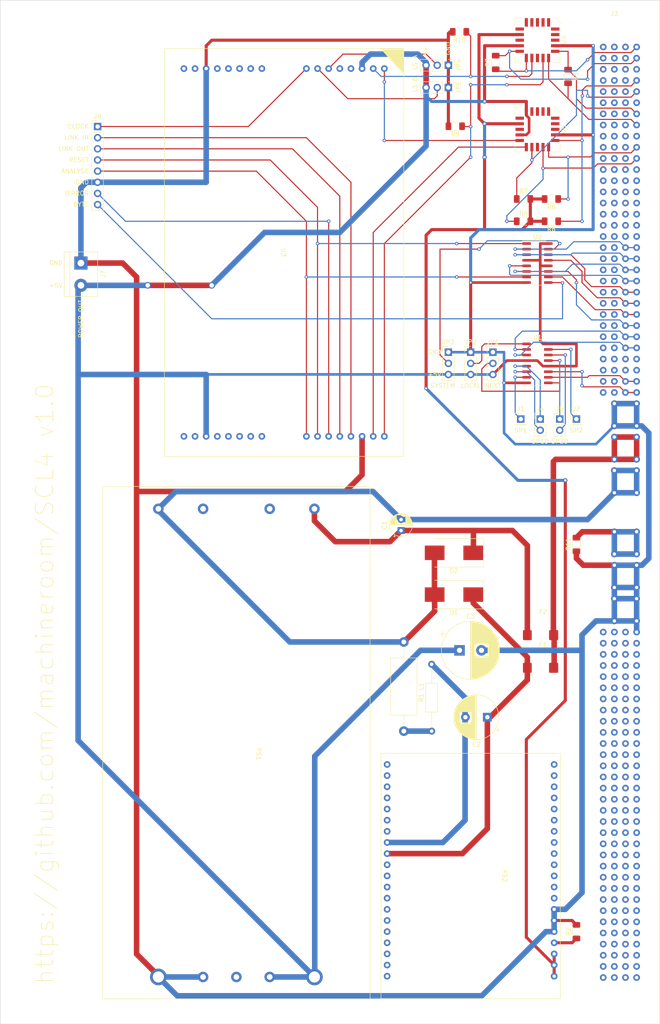
<source format=kicad_pcb>
(kicad_pcb (version 20211014) (generator pcbnew)
  (layers (0 "F.Cu" signal) (31 "B.Cu" signal) (34 "B.Paste" user) (35 "F.Paste" user) (36 "B.SilkS" user "B.Silkscreen") (37 "F.SilkS" user "F.Silkscreen") (38 "B.Mask" user) (39 "F.Mask" user) (44 "Edge.Cuts" user))
  (net 0 "")
  (net 1 "+5V")
  (net 2 "GND")
  (net 3 "-48V")
  (net 7 "Net-(C1-Pad1)")
  (net 8 "-5V")
  (net 10 "/TClk")
  (net 11 "/TL0In")
  (net 12 "/TL0Out")
  (net 13 "/TReset")
  (net 14 "/TAnalyse")
  (net 15 "/TNotError")
  (net 16 "/TByte")
  (net 17 "Net-(J5-Pad2)")
  (net 18 "Net-(J1-Pad1)")
  (net 19 "Net-(JP1-Pad2)")
  (net 20 "Net-(JP2-Pad2)")
  (net 21 "Net-(JP3-Pad2)")
  (net 22 "Net-(J2-Pad1)")
  (net 23 "Net-(J4-Pad2)")
  (net 24 "Net-(L1-Pad2)")
  (net 30 "/{slash}L2IN")
  (net 31 "/L2IN")
  (net 33 "/{slash}L3IN")
  (net 34 "/L3IN")
  (net 44 "/TL2out")
  (net 45 "/TL3out")
  (net 46 "/{slash}L2OUT")
  (net 48 "/{slash}L3OUT")
  (net 49 "/L3OUT")
  (net 50 "/L2OUT")
  (net 51 "/LOCAL")
  (net 52 "/{slash}LOCAL")
  (net 53 "/NEXT")
  (net 54 "/{slash}NEXT")
  (net 55 "/RESET")
  (net 56 "/{slash}RESET")
  (net 57 "/{slash}ANALYSE")
  (net 58 "/ANALYSE")
  (net 59 "/BYTE")
  (net 60 "/{slash}BYTE")
  (net 61 "/{slash}SYSTEM")
  (net 62 "/SYSTEM")
  (net 80 "+48V")
  (net 300 "/SpeedA")
  (net 301 "/SpeedB")
  (net 302 "Net-(PS2-Pad17)")
  (net 303 "Net-(C2-Pad1)")
  (net 304 "Net-(C2-Pad2)")
  (net 305 "/TL3in")
  (net 306 "/TL2in")
  (net 311 "/Static")
  (net 312 "Net-(J4-Pad1)")
  (net 313 "Net-(J5-Pad1)")
  (footprint "Resistor_SMD:R_1206_3216Metric_Pad1.30x1.75mm_HandSolder" (layer "F.Cu") (at 280.035 61.595 180)
    (fp_text reference "R6")
    (fp_text value "51R")
  )
  (footprint "Resistor_SMD:R_1206_3216Metric_Pad1.30x1.75mm_HandSolder" (layer "F.Cu") (at 280.035 66.675 180)
    (fp_text reference "R8")
    (fp_text value "51R")
  )
  (footprint "Resistor_SMD:R_1206_3216Metric_Pad1.30x1.75mm_HandSolder" (layer "F.Cu") (at 285.75 228.583483 90)
    (fp_text reference "R2")
    (fp_text value "27R")
  )
  (footprint "Connector_PinHeader_2.54mm:PinHeader_1x03_P2.54mm_Vertical" (layer "F.Cu") (at 256.54 31.115 -90)
    (fp_text reference "JP4")
    (fp_text value "LSA")
  )
  (footprint "Diode_SMD:D_SMC_Handsoldering" (layer "F.Cu") (at 257.81 142.24 180)
    (fp_text reference "D2")
    (fp_text value "SMCX70A")
  )
  (footprint "Resistor_SMD:R_1206_3216Metric_Pad1.30x1.75mm_HandSolder" (layer "F.Cu") (at 273.685 61.595)
    (fp_text reference "R7")
    (fp_text value "51R")
  )
  (footprint "Connector_PinHeader_2.54mm:PinHeader_1x01_P2.54mm_Vertical" (layer "F.Cu") (at 285.75 111.76)
    (fp_text reference "J2")
    (fp_text value "spare2")
  )
  (footprint "Transputer:TRAM size 2" (layer "F.Cu") (at 246.38 27.305 -90)
    (fp_text reference "U3")
    (fp_text value "TRAM Size 2")
  )
  (footprint "Inductor_THT:L_Axial_L12.8mm_D5.8mm_P20.32mm_Horizontal_Fastron_HBCC" (layer "F.Cu") (at 246.38 162.56 -90)
    (fp_text reference "L1")
    (fp_text value "INDUCTOR")
  )
  (footprint "Module:Lucent 674A2" (layer "F.Cu") (at 261.62 215.9 -90)
    (fp_text reference "PS2")
    (fp_text value "Lucent_674A2")
  )
  (footprint "Connector_PinHeader_2.54mm:PinHeader_1x08_P2.54mm_Vertical" (layer "F.Cu") (at 176.53 45.085)
    (fp_text reference "J6")
    (fp_text value "Conn_01x08")
  )
  (footprint "Connector_PinHeader_2.54mm:PinHeader_1x03_P2.54mm_Vertical" (layer "F.Cu") (at 256.54 36.195 -90)
    (fp_text reference "JP5")
    (fp_text value "LSB")
  )
  (footprint "Package_LCC:PLCC-20" (layer "F.Cu") (at 276.86 25.4 -90)
    (fp_text reference "U4")
    (fp_text value "MC10H125 (20PLCC)")
  )
  (footprint "Module:vicor vi230cx" (layer "F.Cu") (at 238.685 127.115 -90)
    (fp_text reference "PS1")
    (fp_text value "VI-230-CX")
  )
  (footprint "Connector_PinHeader_2.54mm:PinHeader_1x03_P2.54mm_Vertical" (layer "F.Cu") (at 261.62 96.52)
    (fp_text reference "JP2")
    (fp_text value "LOCAL")
  )
  (footprint "Capacitor_THT:CP_Radial_D13.0mm_P5.00mm" (layer "F.Cu") (at 259.08 164.465)
    (fp_text reference "C3")
    (fp_text value "1000uF 10V ")
  )
  (footprint "TerminalBlock:TerminalBlock_bornier-2_P5.08mm" (layer "F.Cu") (at 172.72 76.2 -90)
    (fp_text reference "J7")
    (fp_text value "5V out")
  )
  (footprint "Connector_PinHeader_2.54mm:PinHeader_1x01_P2.54mm_Vertical" (layer "F.Cu") (at 273.05 111.76)
    (fp_text reference "J1")
    (fp_text value "spare1")
  )
  (footprint "BUSSMAN:BUSSMAN SFT-1" (layer "F.Cu") (at 273.05 166.1925)
    (fp_text reference "F1")
    (fp_text value "5A")
  )
  (footprint "Resistor_SMD:R_1206_3216Metric_Pad1.30x1.75mm_HandSolder" (layer "F.Cu") (at 283.845 33.655 -90)
    (fp_text reference "R5")
    (fp_text value "51R")
  )
  (footprint "Resistor_SMD:R_1206_3216Metric_Pad1.30x1.75mm_HandSolder" (layer "F.Cu") (at 285.75 140.335 90)
    (fp_text reference "R11")
    (fp_text value "1M")
  )
  (footprint "Connector_PinHeader_2.54mm:PinHeader_1x02_P2.54mm_Vertical" (layer "F.Cu") (at 281.94 111.76)
    (fp_text reference "J5")
    (fp_text value "SP2")
  )
  (footprint "Package_SO:SOIC-16_3.9x9.9mm_P1.27mm" (layer "F.Cu") (at 276.86 99.06)
    (fp_text reference "U1")
    (fp_text value "MC3487DX")
  )
  (footprint "Resistor_THT:R_Axial_DIN0207_L6.3mm_D2.5mm_P15.24mm_Horizontal" (layer "F.Cu") (at 252.73 182.88 90)
    (fp_text reference "R1")
    (fp_text value "10R 2%")
  )
  (footprint "Connector_PinHeader_2.54mm:PinHeader_1x03_P2.54mm_Vertical" (layer "F.Cu") (at 256.54 96.52)
    (fp_text reference "JP3")
    (fp_text value "SYSTEM")
  )
  (footprint "Connector_PinHeader_2.54mm:PinHeader_1x03_P2.54mm_Vertical" (layer "F.Cu") (at 266.7 96.52)
    (fp_text reference "JP1")
    (fp_text value "NEXT")
  )
  (footprint "SIEDECON:Siedecon 256+6" (layer "F.Cu") (at 291.859667 26.95632)
    (fp_text reference "J3")
    (fp_text value "Siemens_A1010-A263")
  )
  (footprint "Resistor_SMD:R_1206_3216Metric_Pad1.30x1.75mm_HandSolder" (layer "F.Cu") (at 273.685 66.675)
    (fp_text reference "R4")
    (fp_text value "51R")
  )
  (footprint "BUSSMAN:BUSSMAN SFT-1" (layer "F.Cu") (at 273.05 158.75)
    (fp_text reference "F2")
    (fp_text value "3A")
  )
  (footprint "Resistor_SMD:R_1206_3216Metric_Pad1.30x1.75mm_HandSolder" (layer "F.Cu") (at 259.08 23.495 180)
    (fp_text reference "R10")
    (fp_text value "10K")
  )
  (footprint "Capacitor_THT:CP_Radial_D5.0mm_P2.50mm" (layer "F.Cu") (at 245.745 137.16 90)
    (fp_text reference "C1")
    (fp_text value "10uF 63V ")
  )
  (footprint "Package_SO:SOIC-16_3.9x9.9mm_P1.27mm" (layer "F.Cu") (at 276.86 76.2)
    (fp_text reference "U2")
    (fp_text value "MC3487DX")
  )
  (footprint "Capacitor_THT:CP_Radial_D10.0mm_P5.00mm" (layer "F.Cu") (at 265.43 179.705 180)
    (fp_text reference "C2")
    (fp_text value "100uF 63V")
  )
  (footprint "Package_LCC:PLCC-20" (layer "F.Cu") (at 276.86 45.72 -90)
    (fp_text reference "U5")
    (fp_text value "MC10H124 (20PLCC)")
  )
  (footprint "Connector_PinHeader_2.54mm:PinHeader_1x02_P2.54mm_Vertical" (layer "F.Cu") (at 277.495 111.76)
    (fp_text reference "J4")
    (fp_text value "SP1")
  )
  (footprint "Resistor_SMD:R_1206_3216Metric_Pad1.30x1.75mm_HandSolder" (layer "F.Cu") (at 267.335 30.48 90)
    (fp_text reference "R3")
    (fp_text value "51R")
  )
  (footprint "Diode_SMD:D_SMC_Handsoldering" (layer "F.Cu") (at 257.81 151.765 180)
    (fp_text reference "D1")
    (fp_text value "SMCX70A")
  )
  (footprint "Resistor_SMD:R_1206_3216Metric_Pad1.30x1.75mm_HandSolder" (layer "F.Cu") (at 258.111229 45.012954 180)
    (fp_text reference "R9")
    (fp_text value "10K")
  )
  (gr_rect (start 154.315069 16.293214) (end 304.775069 249.643214) (layer "Edge.Cuts") (width 0.1) (fill none))
  (gr_text "LINK IN" (at 174.625 47.595) (layer "F.SilkS") (effects (font (size 1 1)) (justify right)))
  (gr_text "ANALYSE" (at 174.625 55.245) (layer "F.SilkS") (effects (font (size 1 1)) (justify right)))
  (gr_text "GND" (at 253.365 96.52) (layer "F.SilkS") (effects (font (size 1 1))))
  (gr_text "GND" (at 174.625 57.755) (layer "F.SilkS") (effects (font (size 1 1)) (justify right)))
  (gr_text "https://github.com/machineroom/SCL4 v1.0" (at 164.465 172.085 90) (layer "F.SilkS") (effects (font (size 4 4))))
  (gr_text "SYSTEM" (at 255.27 104.14) (layer "F.SilkS") (effects (font (size 1 1))))
  (gr_text "LS A" (at 248.92 30.48 90) (layer "F.SilkS") (effects (font (size 1 1))))
  (gr_text "CLOCK" (at 174.625 45.055) (layer "F.SilkS") (effects (font (size 1 1)) (justify right)))
  (gr_text "+5V" (at 253.365 101.6) (layer "F.SilkS") (effects (font (size 1 1))))
  (gr_text "SP2" (at 285.75 114.3) (layer "F.SilkS") (effects (font (size 1 1))))
  (gr_text "NEXT" (at 266.7 104.14) (layer "F.SilkS") (effects (font (size 1 1))))
  (gr_text "5V" (at 251.46 27.94 -270) (layer "F.SilkS") (effects (font (size 1 1))))
  (gr_text "SP1" (at 273.05 114.3) (layer "F.SilkS") (effects (font (size 1 1))))
  (gr_text "+5V" (at 167.005 81.28) (layer "F.SilkS") (effects (font (size 1 1))))
  (gr_text "!ERROR" (at 174.625 60.295) (layer "F.SilkS") (effects (font (size 1 1)) (justify right)))
  (gr_text "LS B" (at 248.92 35.56 90) (layer "F.SilkS") (effects (font (size 1 1))))
  (gr_text "SP1D" (at 277.495 116.84) (layer "F.SilkS") (effects (font (size 1 1))))
  (gr_text "BYTE" (at 174.625 62.835) (layer "F.SilkS") (effects (font (size 1 1)) (justify right)))
  (gr_text "GND" (at 256.54 27.305 -270) (layer "F.SilkS") (effects (font (size 1 1))))
  (gr_text "POWER OUT" (at 172.72 88.9 90) (layer "F.SilkS") (effects (font (size 1 1))))
  (gr_text "LINK OUT" (at 174.625 50.135) (layer "F.SilkS") (effects (font (size 1 1)) (justify right)))
  (gr_text "GND" (at 167.005 76.2) (layer "F.SilkS") (effects (font (size 1 1))))
  (gr_text "SP2D" (at 281.94 116.84) (layer "F.SilkS") (effects (font (size 1 1))))
  (gr_text "LOCAL" (at 261.62 104.14) (layer "F.SilkS") (effects (font (size 1 1))))
  (gr_text "RESET" (at 174.625 52.675) (layer "F.SilkS") (effects (font (size 1 1)) (justify right)))
  (segment (start 264.795 26.67) (end 272.8075 26.67) (width 0.7) (layer "F.Cu") (net 1))
  (segment (start 274.955 43.18) (end 274.32 42.545) (width 0.6) (layer "F.Cu") (net 1))
  (segment (start 264.795 39.37) (end 274.32 39.37) (width 0.7) (layer "F.Cu") (net 1))
  (segment (start 272.8075 46.99) (end 274.32 46.99) (width 0.6) (layer "F.Cu") (net 1))
  (segment (start 277.495 75.565) (end 277.495 71.755) (width 0.6) (layer "F.Cu") (net 1))
  (segment (start 278.10288 99.695) (end 279.335 99.695) (width 0.6) (layer "F.Cu") (net 1))
  (segment (start 251.46 31.115) (end 251.46 36.195) (width 1.27) (layer "F.Cu") (net 1))
  (segment (start 277.495 76.835) (end 277.495 76.2) (width 0.6) (layer "F.Cu") (net 1))
  (segment (start 274.385 98.425) (end 276.83288 98.425) (width 0.6) (layer "F.Cu") (net 1))
  (segment (start 274.32 46.99) (end 274.955 46.355) (width 0.6) (layer "F.Cu") (net 1))
  (segment (start 277.495 71.755) (end 279.335 71.755) (width 0.6) (layer "F.Cu") (net 1))
  (segment (start 278.13 94.615) (end 279.335 94.615) (width 0.6) (layer "F.Cu") (net 1))
  (segment (start 274.385 75.565) (end 277.495 75.565) (width 0.6) (layer "F.Cu") (net 1))
  (segment (start 274.32 39.37) (end 274.32 41.6675) (width 0.7) (layer "F.Cu") (net 1))
  (segment (start 277.495 76.2) (end 277.495 93.98) (width 0.6) (layer "F.Cu") (net 1))
  (segment (start 269.875 98.425) (end 274.385 98.425) (width 0.6) (layer "F.Cu") (net 1))
  (segment (start 266.7 101.6) (end 269.875 98.425) (width 0.6) (layer "F.Cu") (net 1))
  (segment (start 285.75 99.695) (end 279.335 99.695) (width 0.6) (layer "F.Cu") (net 1))
  (segment (start 202.565 81.28) (end 187.96 81.28) (width 1.27) (layer "F.Cu") (net 1))
  (segment (start 277.495 93.98) (end 278.13 94.615) (width 0.6) (layer "F.Cu") (net 1))
  (segment (start 279.335 76.835) (end 277.495 76.835) (width 0.6) (layer "F.Cu") (net 1))
  (segment (start 274.32 42.545) (end 274.32 41.6675) (width 0.6) (layer "F.Cu") (net 1))
  (segment (start 276.83288 98.425) (end 278.10288 99.695) (width 0.6) (layer "F.Cu") (net 1))
  (segment (start 277.495 76.2) (end 277.495 75.565) (width 0.6) (layer "F.Cu") (net 1))
  (segment (start 285.75 94.615) (end 285.75 99.695) (width 0.6) (layer "F.Cu") (net 1))
  (segment (start 264.795 39.37) (end 264.795 26.67) (width 0.7) (layer "F.Cu") (net 1))
  (segment (start 279.335 94.615) (end 285.75 94.615) (width 0.6) (layer "F.Cu") (net 1))
  (segment (start 274.955 46.355) (end 274.955 43.18) (width 0.6) (layer "F.Cu") (net 1))
  (via (at 187.96 81.28) (size 1.5) (drill 1) (layers "F.Cu" "B.Cu") (net 1))
  (via (at 202.565 81.28) (size 1.5) (drill 1) (layers "F.Cu" "B.Cu") (net 1))
  (via (at 264.795 39.37) (size 1) (drill 0.5) (layers "F.Cu" "B.Cu") (net 1))
  (segment (start 201.295 101.6) (end 201.32 101.575) (width 0.6) (layer "B.Cu") (net 1))
  (segment (start 264.795 39.37) (end 252.73 39.37) (width 0.7) (layer "B.Cu") (net 1))
  (segment (start 251.46 30.48) (end 251.46 31.115) (width 1.27) (layer "B.Cu") (net 1))
  (segment (start 250.19 164.465) (end 226.06 188.595) (width 1.27) (layer "B.Cu") (net 1))
  (segment (start 266.7 101.6) (end 261.62 101.6) (width 0.6) (layer "B.Cu") (net 1))
  (segment (start 201.295 101.6) (end 201.295 115.697) (width 1.27) (layer "B.Cu") (net 1))
  (segment (start 214.63 69.215) (end 202.565 81.28) (width 1.27) (layer "B.Cu") (net 1))
  (segment (start 201.295 101.6) (end 172.085 101.6) (width 1.27) (layer "B.Cu") (net 1))
  (segment (start 261.62 101.6) (end 256.54 101.6) (width 0.6) (layer "B.Cu") (net 1))
  (segment (start 251.46 38.1) (end 251.46 36.195) (width 0.7) (layer "B.Cu") (net 1))
  (segment (start 236.855 30.48) (end 238.76 28.575) (width 1.27) (layer "B.Cu") (net 1))
  (segment (start 172.085 185.015) (end 172.085 81.915) (width 1.27) (layer "B.Cu") (net 1))
  (segment (start 231.775 69.215) (end 214.63 69.215) (width 1.27) (layer "B.Cu") (net 1))
  (segment (start 251.46 49.53) (end 231.775 69.215) (width 1.27) (layer "B.Cu") (net 1))
  (segment (start 259.08 164.465) (end 250.19 164.465) (width 1.27) (layer "B.Cu") (net 1))
  (segment (start 201.32 101.575) (end 256.515 101.575) (width 0.6) (layer "B.Cu") (net 1))
  (segment (start 225.985 238.915) (end 172.085 185.015) (width 1.27) (layer "B.Cu") (net 1))
  (segment (start 249.555 28.575) (end 251.46 30.48) (width 1.27) (layer "B.Cu") (net 1))
  (segment (start 225.985 238.915) (end 215.785 238.915) (width 1.27) (layer "B.Cu") (net 1))
  (segment (start 238.76 28.575) (end 249.555 28.575) (width 1.27) (layer "B.Cu") (net 1))
  (segment (start 251.46 36.195) (end 251.46 49.53) (width 1.27) (layer "B.Cu") (net 1))
  (segment (start 256.515 101.575) (end 256.54 101.6) (width 1.27) (layer "B.Cu") (net 1))
  (segment (start 252.73 39.37) (end 251.46 38.1) (width 0.7) (layer "B.Cu") (net 1))
  (segment (start 226.06 188.595) (end 226.06 238.84) (width 1.27) (layer "B.Cu") (net 1))
  (segment (start 226.06 238.84) (end 225.985 238.915) (width 1.27) (layer "B.Cu") (net 1))
  (segment (start 172.085 81.915) (end 172.72 81.28) (width 1.27) (layer "B.Cu") (net 1))
  (segment (start 187.96 81.28) (end 172.72 81.28) (width 1.27) (layer "B.Cu") (net 1))
  (segment (start 236.855 31.877) (end 236.855 30.48) (width 1.27) (layer "B.Cu") (net 1))
  (segment (start 289.56 26.67) (end 280.9125 26.67) (width 0.7) (layer "F.Cu") (net 2))
  (segment (start 256.54 31.115) (end 256.54 36.195) (width 0.7) (layer "F.Cu") (net 2))
  (segment (start 236.855 124.46) (end 233.045 128.27) (width 1.27) (layer "F.Cu") (net 2))
  (segment (start 261.62 80.645) (end 261.62 96.52) (width 0.7) (layer "F.Cu") (net 2))
  (segment (start 201.295 26.67) (end 201.295 31.877) (width 0.7) (layer "F.Cu") (net 2))
  (segment (start 236.855 115.697) (end 236.855 124.46) (width 1.27) (layer "F.Cu") (net 2))
  (segment (start 285.75 143.51) (end 285.75 141.885) (width 1.27) (layer "F.Cu") (net 2))
  (segment (start 172.72 76.2) (end 182.245 76.2) (width 1.27) (layer "F.Cu") (net 2))
  (segment (start 256.895 23.495) (end 256.54 23.85) (width 0.7) (layer "F.Cu") (net 2))
  (segment (start 284.756517 226.04) (end 280.67 226.04) (width 0.7) (layer "F.Cu") (net 2))
  (segment (start 256.54 23.85) (end 256.54 26.67) (width 0.7) (layer "F.Cu") (net 2))
  (segment (start 256.54 44.991725) (end 256.561229 45.012954) (width 0.7) (layer "F.Cu") (net 2))
  (segment (start 190.385 238.645) (end 190.385 238.915) (width 1.27) (layer "F.Cu") (net 2))
  (segment (start 274.385 80.645) (end 261.62 80.645) (width 0.6) (layer "F.Cu") (net 2))
  (segment (start 202.565 25.4) (end 201.295 26.67) (width 0.7) (layer "F.Cu") (net 2))
  (segment (start 274.385 103.505) (end 269.24 103.505) (width 0.6) (layer "F.Cu") (net 2))
  (segment (start 287.30632 145.06632) (end 285.75 143.51) (width 1.27) (layer "F.Cu") (net 2))
  (segment (start 185.42 79.375) (end 185.42 233.68) (width 1.27) (layer "F.Cu") (net 2))
  (segment (start 280.9125 46.99) (end 289.56 46.99) (width 0.7) (layer "F.Cu") (net 2))
  (segment (start 256.54 36.195) (end 256.54 44.991725) (width 0.7) (layer "F.Cu") (net 2))
  (segment (start 285.75 227.033483) (end 284.756517 226.04) (width 0.7) (layer "F.Cu") (net 2))
  (segment (start 185.42 233.68) (end 190.385 238.645) (width 1.27) (layer "F.Cu") (net 2))
  (segment (start 256.54 31.115) (end 256.54 26.67) (width 0.7) (layer "F.Cu") (net 2))
  (segment (start 294.399667 145.06632) (end 287.30632 145.06632) (width 1.27) (layer "F.Cu") (net 2))
  (segment (start 182.245 76.2) (end 185.42 79.375) (width 1.27) (layer "F.Cu") (net 2))
  (segment (start 233.045 128.27) (end 185.42 128.27) (width 1.27) (layer "F.Cu") (net 2))
  (segment (start 256.54 25.4) (end 202.565 25.4) (width 0.7) (layer "F.Cu") (net 2))
  (via (at 289.56 46.99) (size 0.8) (drill 0.4) (layers "F.Cu" "B.Cu") (net 2))
  (via (at 261.62 80.645) (size 0.8) (drill 0.4) (layers "F.Cu" "B.Cu") (net 2))
  (via (at 289.56 26.67) (size 0.8) (drill 0.4) (layers "F.Cu" "B.Cu") (net 2))
  (via (at 269.24 103.505) (size 0.8) (drill 0.4) (layers "F.Cu" "B.Cu") (net 2))
  (segment (start 261.62 96.52) (end 266.7 96.52) (width 0.6) (layer "B.Cu") (net 2))
  (segment (start 289.56 26.67) (end 289.56 46.99) (width 0.7) (layer "B.Cu") (net 2))
  (segment (start 287.02 160.95087) (end 287.02 219.69) (width 1.27) (layer "B.Cu") (net 2))
  (segment (start 280.67 226.04) (end 280.67 228.58) (width 1.27) (layer "B.Cu") (net 2))
  (segment (start 283.21 223.5) (end 280.67 223.5) (width 1.27) (layer "B.Cu") (net 2))
  (segment (start 256.54 96.52) (end 261.62 96.52) (width 0.6) (layer "B.Cu") (net 2))
  (segment (start 294.399667 113.31632) (end 299.479667 113.31632) (width 1.27) (layer "B.Cu") (net 2))
  (segment (start 299.479667 145.06632) (end 300.70368 145.06632) (width 1.27) (layer "B.Cu") (net 2))
  (segment (start 294.399667 157.76632) (end 299.479667 157.76632) (width 1.27) (layer "B.Cu") (net 2))
  (segment (start 263.525 68.58) (end 261.62 70.485) (width 0.7) (layer "B.Cu") (net 2))
  (segment (start 269.24 96.52) (end 266.7 96.52) (width 0.6) (layer "B.Cu") (net 2))
  (segment (start 280.67 223.5) (end 280.67 226.04) (width 1.27) (layer "B.Cu") (net 2))
  (segment (start 264.16 243.205) (end 194.675 243.205) (width 1.27) (layer "B.Cu") (net 2))
  (segment (start 289.56 68.58) (end 263.525 68.58) (width 0.7) (layer "B.Cu") (net 2))
  (segment (start 290.20455 157.76632) (end 287.02 160.95087) (width 1.27) (layer "B.Cu") (net 2))
  (segment (start 294.399667 108.23632) (end 299.479667 108.23632) (width 1.27) (layer "B.Cu") (net 2))
  (segment (start 269.24 103.505) (end 269.24 114.935) (width 0.6) (layer "B.Cu") (net 2))
  (segment (start 300.70368 145.06632) (end 302.26 143.51) (width 1.27) (layer "B.Cu") (net 2))
  (segment (start 269.24 103.505) (end 269.24 96.52) (width 0.6) (layer "B.Cu") (net 2))
  (segment (start 290.195 117.475) (end 294.35368 113.31632) (width 0.6) (layer "B.Cu") (net 2))
  (segment (start 294.399667 113.31632) (end 294.399667 108.23632) (width 1.27) (layer "B.Cu") (net 2))
  (segment (start 269.24 114.935) (end 271.78 117.475) (width 0.6) (layer "B.Cu") (net 2))
  (segment (start 299.479667 152.68632) (end 294.399667 152.68632) (width 1.27) (layer "B.Cu") (net 2))
  (segment (start 176.53 57.785) (end 201.295 57.785) (width 1.27) (layer "B.Cu") (net 2))
  (segment (start 287.02 219.69) (end 283.21 223.5) (width 1.27) (layer "B.Cu") (net 2))
  (segment (start 300.64132 113.31632) (end 299.479667 113.31632) (width 1.27) (layer "B.Cu") (net 2))
  (segment (start 299.479667 150.14632) (end 294.399667 150.14632) (width 1.27) (layer "B.Cu") (net 2))
  (segment (start 173.99 57.785) (end 176.53 57.785) (width 1.27) (layer "B.Cu") (net 2))
  (segment (start 201.295 57.785) (end 201.295 31.877) (width 1.27) (layer "B.Cu") (net 2))
  (segment (start 299.479667 145.06632) (end 294.399667 145.06632) (width 1.27) (layer "B.Cu") (net 2))
  (segment (start 302.26 143.51) (end 302.26 114.935) (width 1.27) (layer "B.Cu") (net 2))
  (segment (start 294.35368 113.31632) (end 294.399667 113.31632) (width 0.6) (layer "B.Cu") (net 2))
  (segment (start 278.785 228.58) (end 264.16 243.205) (width 1.27) (layer "B.Cu") (net 2))
  (segment (start 299.479667 108.23632) (end 299.479667 113.31632) (width 1.27) (layer "B.Cu") (net 2))
  (segment (start 194.675 243.205) (end 190.385 238.915) (width 1.27) (layer "B.Cu") (net 2))
  (segment (start 280.67 228.58) (end 278.785 228.58) (width 1.27) (layer "B.Cu") (net 2))
  (segment (start 299.479667 157.76632) (end 299.479667 145.06632) (width 1.27) (layer "B.Cu") (net 2))
  (segment (start 261.62 70.485) (end 261.62 80.645) (width 0.7) (layer "B.Cu") (net 2))
  (segment (start 172.72 76.2) (end 172.72 59.055) (width 1.27) (layer "B.Cu") (net 2))
  (segment (start 264.08 164.465) (end 287.02 164.465) (width 1.27) (layer "B.Cu") (net 2))
  (segment (start 271.78 117.475) (end 290.195 117.475) (width 0.6) (layer "B.Cu") (net 2))
  (segment (start 294.399667 157.76632) (end 290.20455 157.76632) (width 1.27) (layer "B.Cu") (net 2))
  (segment (start 190.385 238.915) (end 200.585 238.915) (width 1.27) (layer "B.Cu") (net 2))
  (segment (start 299.479667 160.30632) (end 299.479667 157.76632) (width 1.27) (layer "B.Cu") (net 2))
  (segment (start 294.399667 145.06632) (end 294.399667 157.76632) (width 1.27) (layer "B.Cu") (net 2))
  (segment (start 302.26 114.935) (end 300.64132 113.31632) (width 1.27) (layer "B.Cu") (net 2))
  (segment (start 289.56 46.99) (end 289.56 68.58) (width 0.7) (layer "B.Cu") (net 2))
  (segment (start 172.72 59.055) (end 173.99 57.785) (width 1.27) (layer "B.Cu") (net 2))
  (segment (start 253.41 151.765) (end 253.41 155.53) (width 1.27) (layer "F.Cu") (net 3))
  (segment (start 253.365 143.555) (end 253.365 153.625) (width 1.27) (layer "F.Cu") (net 3))
  (segment (start 253.41 155.53) (end 246.38 162.56) (width 1.27) (layer "F.Cu") (net 3))
  (segment (start 190.385 132.215) (end 190.385 132.6) (width 1.27) (layer "B.Cu") (net 3))
  (segment (start 245.745 134.66) (end 239.355 128.27) (width 1.27) (layer "B.Cu") (net 3))
  (segment (start 288.295987 134.66) (end 245.745 134.66) (width 1.27) (layer "B.Cu") (net 3))
  (segment (start 220.345 162.56) (end 246.38 162.56) (width 1.27) (layer "B.Cu") (net 3))
  (segment (start 299.479667 128.55632) (end 299.479667 123.47632) (width 1.27) (layer "B.Cu") (net 3))
  (segment (start 194.33 128.27) (end 190.385 132.215) (width 1.27) (layer "B.Cu") (net 3))
  (segment (start 294.399667 128.55632) (end 299.479667 128.55632) (width 1.27) (layer "B.Cu") (net 3))
  (segment (start 294.399667 128.55632) (end 294.399667 123.47632) (width 1.27) (layer "B.Cu") (net 3))
  (segment (start 190.385 132.6) (end 220.345 162.56) (width 1.27) (layer "B.Cu") (net 3))
  (segment (start 294.399667 128.55632) (end 288.295987 134.66) (width 1.27) (layer "B.Cu") (net 3))
  (segment (start 294.399667 123.47632) (end 299.479667 123.47632) (width 1.27) (layer "B.Cu") (net 3))
  (segment (start 239.355 128.27) (end 194.33 128.27) (width 1.27) (layer "B.Cu") (net 3))
  (segment (start 245.745 137.16) (end 243.205 139.7) (width 1.27) (layer "F.Cu") (net 7))
  (segment (start 225.985 134.9475) (end 225.985 132.215) (width 1.27) (layer "F.Cu") (net 7))
  (segment (start 274.55 140.565) (end 271.145 137.16) (width 1.27) (layer "F.Cu") (net 7))
  (segment (start 262.255 137.16) (end 262.255 142.195) (width 1.27) (layer "F.Cu") (net 7))
  (segment (start 243.205 139.7) (end 230.7375 139.7) (width 1.27) (layer "F.Cu") (net 7))
  (segment (start 274.55 161) (end 274.55 140.565) (width 1.27) (layer "F.Cu") (net 7))
  (segment (start 230.7375 139.7) (end 225.985 134.9475) (width 1.27) (layer "F.Cu") (net 7))
  (segment (start 271.145 137.16) (end 245.745 137.16) (width 1.27) (layer "F.Cu") (net 7))
  (segment (start 283.21 175.895) (end 274.32 184.785) (width 0.7) (layer "F.Cu") (net 8))
  (segment (start 273.33 68.58) (end 266.7 68.58) (width 0.7) (layer "F.Cu") (net 8))
  (segment (start 275.235 66.675) (end 273.33 68.58) (width 0.7) (layer "F.Cu") (net 8))
  (segment (start 275.235 61.595) (end 275.235 66.675) (width 0.7) (layer "F.Cu") (net 8))
  (segment (start 266.7 68.58) (end 252.73 68.58) (width 0.7) (layer "F.Cu") (net 8))
  (segment (start 275.235 66.675) (end 278.485 66.675) (width 0.7) (layer "F.Cu") (net 8))
  (segment (start 252.73 68.58) (end 251.46 69.85) (width 0.7) (layer "F.Cu") (net 8))
  (segment (start 274.32 184.785) (end 274.32 229.85) (width 0.7) (layer "F.Cu") (net 8))
  (segment (start 263.525 24.13) (end 272.8075 24.13) (width 0.7) (layer "F.Cu") (net 8))
  (segment (start 280.67 236.2) (end 280.67 238.74) (width 0.7) (layer "F.Cu") (net 8))
  (segment (start 280.67 236.2) (end 280.67 233.66) (width 0.7) (layer "F.Cu") (net 8))
  (segment (start 264.795 52.07) (end 264.795 68.58) (width 0.7) (layer "F.Cu") (net 8))
  (segment (start 283.21 125.73) (end 283.21 175.895) (width 0.7) (layer "F.Cu") (net 8))
  (segment (start 251.46 69.85) (end 251.46 104.775) (width 0.7) (layer "F.Cu") (net 8))
  (segment (start 264.795 44.45) (end 272.8075 44.45) (width 0.7) (layer "F.Cu") (net 8))
  (segment (start 263.525 43.18) (end 263.525 24.13) (width 0.7) (layer "F.Cu") (net 8))
  (segment (start 275.235 61.595) (end 278.485 61.595) (width 0.7) (layer "F.Cu") (net 8))
  (segment (start 264.795 44.45) (end 263.525 43.18) (width 0.7) (layer "F.Cu") (net 8))
  (segment (start 274.32 229.85) (end 280.67 236.2) (width 0.7) (layer "F.Cu") (net 8))
  (via (at 283.21 125.73) (size 1) (drill 0.5) (layers "F.Cu" "B.Cu") (net 8))
  (via (at 251.46 104.775) (size 0.8) (drill 0.4) (layers "F.Cu" "B.Cu") (net 8))
  (via (at 264.795 44.45) (size 1) (drill 0.5) (layers "F.Cu" "B.Cu") (net 8))
  (via (at 264.795 52.07) (size 1) (drill 0.5) (layers "F.Cu" "B.Cu") (net 8))
  (segment (start 264.795 52.07) (end 264.795 44.45) (width 0.7) (layer "B.Cu") (net 8))
  (segment (start 283.21 125.73) (end 272.415 125.73) (width 0.7) (layer "B.Cu") (net 8))
  (segment (start 272.415 125.73) (end 251.46 104.775) (width 0.7) (layer "B.Cu") (net 8))
  (segment (start 176.53 45.085) (end 210.915 45.085) (width 0.25) (layer "F.Cu") (net 10))
  (segment (start 210.915 45.085) (end 224.123 31.877) (width 0.25) (layer "F.Cu") (net 10))
  (segment (start 224.123 31.877) (end 224.155 31.877) (width 0.25) (layer "F.Cu") (net 10))
  (segment (start 176.53 47.625) (end 224.155 47.625) (width 0.25) (layer "F.Cu") (net 11))
  (segment (start 234.315 57.785) (end 234.315 115.697) (width 0.25) (layer "F.Cu") (net 11))
  (segment (start 224.155 47.625) (end 234.315 57.785) (width 0.25) (layer "F.Cu") (net 11))
  (segment (start 220.98 50.165) (end 231.775 60.96) (width 0.25) (layer "F.Cu") (net 12))
  (segment (start 176.53 50.165) (end 220.98 50.165) (width 0.25) (layer "F.Cu") (net 12))
  (segment (start 231.775 60.96) (end 231.775 115.697) (width 0.25) (layer "F.Cu") (net 12))
  (segment (start 226.695 115.697) (end 226.695 71.755) (width 0.25) (layer "F.Cu") (net 13))
  (segment (start 226.695 63.5) (end 215.9 52.705) (width 0.25) (layer "F.Cu") (net 13))
  (segment (start 215.9 52.705) (end 176.53 52.705) (width 0.25) (layer "F.Cu") (net 13))
  (segment (start 226.695 71.755) (end 226.695 63.5) (width 0.25) (layer "F.Cu") (net 13))
  (segment (start 258.445 71.755) (end 274.385 71.755) (width 0.25) (layer "F.Cu") (net 13))
  (via (at 258.445 71.755) (size 0.8) (drill 0.4) (layers "F.Cu" "B.Cu") (net 13))
  (via (at 226.695 71.755) (size 0.8) (drill 0.4) (layers "F.Cu" "B.Cu") (net 13))
  (segment (start 258.445 71.755) (end 226.695 71.755) (width 0.25) (layer "B.Cu") (net 13))
  (segment (start 258.445 79.375) (end 274.385 79.375) (width 0.25) (layer "F.Cu") (net 14))
  (segment (start 224.155 79.375) (end 224.155 66.675) (width 0.25) (layer "F.Cu") (net 14))
  (segment (start 212.725 55.245) (end 176.53 55.245) (width 0.25) (layer "F.Cu") (net 14))
  (segment (start 224.155 66.675) (end 212.725 55.245) (width 0.25) (layer "F.Cu") (net 14))
  (segment (start 224.155 115.697) (end 224.155 79.375) (width 0.25) (layer "F.Cu") (net 14))
  (via (at 258.445 79.375) (size 0.8) (drill 0.4) (layers "F.Cu" "B.Cu") (net 14))
  (via (at 224.155 79.375) (size 0.8) (drill 0.4) (layers "F.Cu" "B.Cu") (net 14))
  (segment (start 258.445 79.375) (end 224.155 79.375) (width 0.25) (layer "B.Cu") (net 14))
  (segment (start 229.235 66.675) (end 229.235 115.697) (width 0.25) (layer "F.Cu") (net 15))
  (via (at 229.235 66.675) (size 0.8) (drill 0.4) (layers "F.Cu" "B.Cu") (net 15))
  (segment (start 182.88 66.675) (end 176.53 60.325) (width 0.25) (layer "B.Cu") (net 15))
  (segment (start 229.235 66.675) (end 182.88 66.675) (width 0.25) (layer "B.Cu") (net 15))
  (segment (start 282.575 80.7345) (end 282.4855 80.645) (width 0.25) (layer "F.Cu") (net 16))
  (segment (start 282.4855 80.645) (end 279.335 80.645) (width 0.25) (layer "F.Cu") (net 16))
  (via (at 282.575 80.7345) (size 0.8) (drill 0.4) (layers "F.Cu" "B.Cu") (net 16))
  (segment (start 282.575 80.7345) (end 282.575 88.9) (width 0.25) (layer "B.Cu") (net 16))
  (segment (start 202.565 88.9) (end 176.53 62.865) (width 0.25) (layer "B.Cu") (net 16))
  (segment (start 282.575 88.9) (end 202.565 88.9) (width 0.25) (layer "B.Cu") (net 16))
  (segment (start 279.335 97.155) (end 283.21 97.155) (width 0.25) (layer "F.Cu") (net 17))
  (via (at 283.21 97.155) (size 0.8) (drill 0.4) (layers "F.Cu" "B.Cu") (net 17))
  (segment (start 283.21 97.155) (end 283.21 113.03) (width 0.25) (layer "B.Cu") (net 17))
  (segment (start 283.21 113.03) (end 281.94 114.3) (width 0.25) (layer "B.Cu") (net 17))
  (segment (start 274.385 102.235) (end 271.78 102.235) (width 0.25) (layer "F.Cu") (net 18))
  (via (at 271.78 102.235) (size 0.8) (drill 0.4) (layers "F.Cu" "B.Cu") (net 18))
  (segment (start 271.78 102.235) (end 271.78 110.49) (width 0.25) (layer "B.Cu") (net 18))
  (segment (start 271.78 110.49) (end 273.05 111.76) (width 0.25) (layer "B.Cu") (net 18))
  (segment (start 264.16 100.33) (end 265.43 99.06) (width 0.25) (layer "F.Cu") (net 19))
  (segment (start 265.43 99.06) (end 266.7 99.06) (width 0.25) (layer "F.Cu") (net 19))
  (segment (start 279.335 103.505) (end 281.94 103.505) (width 0.25) (layer "F.Cu") (net 19))
  (segment (start 281.94 105.41) (end 264.16 105.41) (width 0.25) (layer "F.Cu") (net 19))
  (segment (start 281.94 103.505) (end 281.94 105.41) (width 0.25) (layer "F.Cu") (net 19))
  (segment (start 264.16 105.41) (end 264.16 100.33) (width 0.25) (layer "F.Cu") (net 19))
  (segment (start 264.16 95.25) (end 264.16 98.425) (width 0.25) (layer "F.Cu") (net 20))
  (segment (start 264.16 98.425) (end 263.525 99.06) (width 0.25) (layer "F.Cu") (net 20))
  (segment (start 264.795 94.615) (end 264.16 95.25) (width 0.25) (layer "F.Cu") (net 20))
  (segment (start 274.385 94.615) (end 264.795 94.615) (width 0.25) (layer "F.Cu") (net 20))
  (segment (start 263.525 99.06) (end 261.62 99.06) (width 0.25) (layer "F.Cu") (net 20))
  (segment (start 280.67 73.025) (end 281.94 71.755) (width 0.25) (layer "F.Cu") (net 21))
  (segment (start 254.635 73.025) (end 254.635 97.155) (width 0.25) (layer "F.Cu") (net 21))
  (segment (start 279.335 73.025) (end 280.67 73.025) (width 0.25) (layer "F.Cu") (net 21))
  (segment (start 254.635 97.155) (end 256.54 99.06) (width 0.25) (layer "F.Cu") (net 21))
  (segment (start 263.525 73.025) (end 254.635 73.025) (width 0.25) (layer "F.Cu") (net 21))
  (via (at 263.525 73.025) (size 0.8) (drill 0.4) (layers "F.Cu" "B.Cu") (net 21))
  (via (at 281.94 71.755) (size 0.8) (drill 0.4) (layers "F.Cu" "B.Cu") (net 21))
  (segment (start 281.305 71.12) (end 265.43 71.12) (width 0.25) (layer "B.Cu") (net 21))
  (segment (start 281.94 71.755) (end 281.305 71.12) (width 0.25) (layer "B.Cu") (net 21))
  (segment (start 265.43 71.12) (end 263.525 73.025) (width 0.25) (layer "B.Cu") (net 21))
  (segment (start 279.335 95.885) (end 284.48 95.885) (width 0.25) (layer "F.Cu") (net 22))
  (via (at 284.48 95.885) (size 0.8) (drill 0.4) (layers "F.Cu" "B.Cu") (net 22))
  (segment (start 284.48 110.49) (end 285.75 111.76) (width 0.25) (layer "B.Cu") (net 22))
  (segment (start 284.48 95.885) (end 284.48 110.49) (width 0.25) (layer "B.Cu") (net 22))
  (segment (start 271.78 100.965) (end 274.385 100.965) (width 0.25) (layer "F.Cu") (net 23))
  (via (at 271.78 100.965) (size 0.8) (drill 0.4) (layers "F.Cu" "B.Cu") (net 23))
  (segment (start 271.78 100.965) (end 274.32 100.965) (width 0.25) (layer "B.Cu") (net 23))
  (segment (start 276.225 113.03) (end 277.495 114.3) (width 0.25) (layer "B.Cu") (net 23))
  (segment (start 276.225 102.87) (end 276.225 113.03) (width 0.25) (layer "B.Cu") (net 23))
  (segment (start 274.32 100.965) (end 276.225 102.87) (width 0.25) (layer "B.Cu") (net 23))
  (segment (start 252.73 182.88) (end 246.38 182.88) (width 1.27) (layer "B.Cu") (net 24))
  (segment (start 270.51 27.94) (end 272.8075 27.94) (width 0.25) (layer "F.Cu") (net 30))
  (segment (start 288.29 34.29) (end 288.29 32.385) (width 0.25) (layer "F.Cu") (net 30))
  (segment (start 289.932588 30.742412) (end 298.233575 30.742412) (width 0.25) (layer "F.Cu") (net 30))
  (segment (start 298.233575 30.742412) (end 299.479667 29.49632) (width 0.25) (layer "F.Cu") (net 30))
  (segment (start 288.29 32.385) (end 289.932588 30.742412) (width 0.25) (layer "F.Cu") (net 30))
  (segment (start 267.335 28.93) (end 269.52 28.93) (width 0.25) (layer "F.Cu") (net 30))
  (segment (start 269.52 28.93) (end 270.51 27.94) (width 0.25) (layer "F.Cu") (net 30))
  (via (at 288.29 34.29) (size 0.8) (drill 0.4) (layers "F.Cu" "B.Cu") (net 30))
  (via (at 270.51 27.94) (size 0.8) (drill 0.4) (layers "F.Cu" "B.Cu") (net 30))
  (segment (start 270.51 31.75) (end 270.51 27.94) (width 0.25) (layer "B.Cu") (net 30))
  (segment (start 273.05 34.29) (end 270.51 31.75) (width 0.25) (layer "B.Cu") (net 30))
  (segment (start 288.29 34.29) (end 273.05 34.29) (width 0.25) (layer "B.Cu") (net 30))
  (segment (start 288.29 29.845) (end 289.917075 28.217925) (width 0.25) (layer "F.Cu") (net 31))
  (segment (start 267.78 32.475) (end 267.335 32.03) (width 0.25) (layer "F.Cu") (net 31))
  (segment (start 274.32 32.385) (end 274.23 32.475) (width 0.25) (layer "F.Cu") (net 31))
  (segment (start 274.32 32.385) (end 274.32 29.4525) (width 0.25) (layer "F.Cu") (net 31))
  (segment (start 298.218062 28.217925) (end 299.479667 26.95632) (width 0.25) (layer "F.Cu") (net 31))
  (segment (start 289.917075 28.217925) (end 298.218062 28.217925) (width 0.25) (layer "F.Cu") (net 31))
  (segment (start 274.23 32.475) (end 267.78 32.475) (width 0.25) (layer "F.Cu") (net 31))
  (via (at 288.29 29.845) (size 0.8) (drill 0.4) (layers "F.Cu" "B.Cu") (net 31))
  (via (at 274.32 32.385) (size 0.8) (drill 0.4) (layers "F.Cu" "B.Cu") (net 31))
  (segment (start 285.75 32.385) (end 288.29 29.845) (width 0.25) (layer "B.Cu") (net 31))
  (segment (start 274.32 32.385) (end 285.75 32.385) (width 0.25) (layer "B.Cu") (net 31))
  (segment (start 299.479667 44.73632) (end 298.199766 43.456419) (width 0.25) (layer "F.Cu") (net 33))
  (segment (start 279.4 31.75) (end 279.4 29.4525) (width 0.25) (layer "F.Cu") (net 33))
  (segment (start 288.566419 43.456419) (end 279.4 34.29) (width 0.25) (layer "F.Cu") (net 33))
  (segment (start 283.845 35.205) (end 283.845 38.735) (width 0.25) (layer "F.Cu") (net 33))
  (segment (start 279.4 34.29) (end 279.4 31.75) (width 0.25) (layer "F.Cu") (net 33))
  (segment (start 283.845 38.735) (end 285.115 40.005) (width 0.25) (layer "F.Cu") (net 33))
  (segment (start 298.199766 43.456419) (end 288.566419 43.456419) (width 0.25) (layer "F.Cu") (net 33))
  (segment (start 298.175451 40.892104) (end 287.907104 40.892104) (width 0.25) (layer "F.Cu") (net 34))
  (segment (start 280.9125 27.94) (end 283.845 27.94) (width 0.25) (layer "F.Cu") (net 34))
  (segment (start 283.845 27.94) (end 283.845 32.105) (width 0.25) (layer "F.Cu") (net 34))
  (segment (start 299.479667 42.19632) (end 298.175451 40.892104) (width 0.25) (layer "F.Cu") (net 34))
  (segment (start 287.907104 40.892104) (end 285.75 38.735) (width 0.25) (layer "F.Cu") (net 34))
  (segment (start 285.75 34.01) (end 283.845 32.105) (width 0.25) (layer "F.Cu") (net 34))
  (segment (start 285.75 38.735) (end 285.75 34.01) (width 0.25) (layer "F.Cu") (net 34))
  (segment (start 241.935 31.877) (end 241.935 34.925) (width 0.25) (layer "F.Cu") (net 44))
  (segment (start 272.8075 48.26) (end 241.935 48.26) (width 0.25) (layer "F.Cu") (net 44))
  (via (at 241.935 48.26) (size 0.8) (drill 0.4) (layers "F.Cu" "B.Cu") (net 44))
  (via (at 241.935 34.925) (size 0.8) (drill 0.4) (layers "F.Cu" "B.Cu") (net 44))
  (segment (start 241.935 48.26) (end 241.935 34.925) (width 0.25) (layer "B.Cu") (net 44))
  (segment (start 258.8375 49.7725) (end 274.32 49.7725) (width 0.25) (layer "F.Cu") (net 45))
  (segment (start 239.395 115.697) (end 239.395 69.215) (width 0.25) (layer "F.Cu") (net 45))
  (segment (start 239.395 69.215) (end 258.8375 49.7725) (width 0.25) (layer "F.Cu") (net 45))
  (segment (start 272.135 61.595) (end 272.135 56.795) (width 0.25) (layer "F.Cu") (net 46))
  (segment (start 275.59 49.7725) (end 275.59 53.34) (width 0.25) (layer "F.Cu") (net 46))
  (segment (start 298.204131 38.391856) (end 299.479667 37.11632) (width 0.25) (layer "F.Cu") (net 46))
  (segment (start 272.135 56.795) (end 275.59 53.34) (width 0.25) (layer "F.Cu") (net 46))
  (segment (start 275.59 52.705) (end 275.59 49.7725) (width 0.25) (layer "F.Cu") (net 46))
  (segment (start 288.581856 38.391856) (end 298.204131 38.391856) (width 0.25) (layer "F.Cu") (net 46))
  (segment (start 288.29 38.1) (end 288.581856 38.391856) (width 0.25) (layer "F.Cu") (net 46))
  (via (at 275.59 52.705) (size 0.8) (drill 0.4) (layers "F.Cu" "B.Cu") (net 46))
  (via (at 288.29 38.1) (size 0.8) (drill 0.4) (layers "F.Cu" "B.Cu") (net 46))
  (segment (start 275.59 52.705) (end 285.75 42.545) (width 0.25) (layer "B.Cu") (net 46))
  (segment (start 288.29 36.83) (end 288.29 38.1) (width 0.25) (layer "B.Cu") (net 46))
  (segment (start 285.75 36.83) (end 288.29 36.83) (width 0.25) (layer "B.Cu") (net 46))
  (segment (start 285.75 42.545) (end 285.75 36.83) (width 0.25) (layer "B.Cu") (net 46))
  (segment (start 278.13 54.61) (end 278.192371 54.547629) (width 0.25) (layer "F.Cu") (net 48))
  (segment (start 298.237835 53.598152) (end 299.479667 52.35632) (width 0.25) (layer "F.Cu") (net 48))
  (segment (start 269.875 66.675) (end 272.135 66.675) (width 0.25) (layer "F.Cu") (net 48))
  (segment (start 289.622371 54.547629) (end 290.571848 53.598152) (width 0.25) (layer "F.Cu") (net 48))
  (segment (start 278.13 54.61) (end 278.13 49.7725) (width 0.25) (layer "F.Cu") (net 48))
  (segment (start 278.192371 54.547629) (end 289.622371 54.547629) (width 0.25) (layer "F.Cu") (net 48))
  (segment (start 290.571848 53.598152) (end 298.237835 53.598152) (width 0.25) (layer "F.Cu") (net 48))
  (via (at 269.875 66.675) (size 0.8) (drill 0.4) (layers "F.Cu" "B.Cu") (net 48))
  (via (at 278.13 54.61) (size 0.8) (drill 0.4) (layers "F.Cu" "B.Cu") (net 48))
  (segment (start 269.875 65.405) (end 278.13 57.15) (width 0.25) (layer "B.Cu") (net 48))
  (segment (start 269.875 66.675) (end 269.875 65.405) (width 0.25) (layer "B.Cu") (net 48))
  (segment (start 278.13 57.15) (end 278.13 54.61) (width 0.25) (layer "B.Cu") (net 48))
  (segment (start 279.4 52.07) (end 279.4 49.7725) (width 0.25) (layer "F.Cu") (net 49))
  (segment (start 283.845 52.07) (end 283.915419 51.999581) (width 0.25) (layer "F.Cu") (net 49))
  (segment (start 283.845 52.07) (end 279.4 52.07) (width 0.25) (layer "F.Cu") (net 49))
  (segment (start 288.995419 51.999581) (end 289.913143 51.081857) (width 0.25) (layer "F.Cu") (net 49))
  (segment (start 283.915419 51.999581) (end 288.995419 51.999581) (width 0.25) (layer "F.Cu") (net 49))
  (segment (start 289.913143 51.081857) (end 298.21413 51.081857) (width 0.25) (layer "F.Cu") (net 49))
  (segment (start 281.585 61.595) (end 283.845 61.595) (width 0.25) (layer "F.Cu") (net 49))
  (segment (start 298.21413 51.081857) (end 299.479667 49.81632) (width 0.25) (layer "F.Cu") (net 49))
  (via (at 283.845 61.595) (size 0.8) (drill 0.4) (layers "F.Cu" "B.Cu") (net 49))
  (via (at 283.845 52.07) (size 0.8) (drill 0.4) (layers "F.Cu" "B.Cu") (net 49))
  (segment (start 283.845 61.595) (end 283.845 52.07) (width 0.25) (layer "B.Cu") (net 49))
  (segment (start 287.1095 36.7405) (end 288.014878 35.835122) (width 0.25) (layer "F.Cu") (net 50))
  (segment (start 298.220865 35.835122) (end 299.479667 34.57632) (width 0.25) (layer "F.Cu") (net 50))
  (segment (start 287.02 66.675) (end 281.585 66.675) (width 0.25) (layer "F.Cu") (net 50))
  (segment (start 287.1095 38.1) (end 287.1095 36.7405) (width 0.25) (layer "F.Cu") (net 50))
  (segment (start 288.014878 35.835122) (end 298.220865 35.835122) (width 0.25) (layer "F.Cu") (net 50))
  (segment (start 280.9125 48.26) (end 287.02 48.26) (width 0.25) (layer "F.Cu") (net 50))
  (via (at 287.02 66.675) (size 0.8) (drill 0.4) (layers "F.Cu" "B.Cu") (net 50))
  (via (at 287.1095 38.1) (size 0.8) (drill 0.4) (layers "F.Cu" "B.Cu") (net 50))
  (via (at 287.02 48.26) (size 0.8) (drill 0.4) (layers "F.Cu" "B.Cu") (net 50))
  (segment (start 287.02 48.26) (end 287.02 66.675) (width 0.25) (layer "B.Cu") (net 50))
  (segment (start 287.02 38.1895) (end 287.02 48.26) (width 0.25) (layer "B.Cu") (net 50))
  (segment (start 287.1095 38.1) (end 287.02 38.1895) (width 0.25) (layer "B.Cu") (net 50))
  (segment (start 274.385 95.885) (end 271.78 95.885) (width 0.25) (layer "F.Cu") (net 51))
  (via (at 271.78 95.885) (size 0.8) (drill 0.4) (layers "F.Cu" "B.Cu") (net 51))
  (segment (start 273.417211 91.707789) (end 295.651136 91.707789) (width 0.25) (layer "B.Cu") (net 51))
  (segment (start 271.78 93.345) (end 273.417211 91.707789) (width 0.25) (layer "B.Cu") (net 51))
  (segment (start 295.651136 91.707789) (end 296.939667 92.99632) (width 0.25) (layer "B.Cu") (net 51))
  (segment (start 271.78 95.885) (end 271.78 93.345) (width 0.25) (layer "B.Cu") (net 51))
  (segment (start 299.479667 92.99632) (end 296.939667 92.99632) (width 0.25) (layer "B.Cu") (net 51))
  (segment (start 274.385 97.155) (end 271.78 97.155) (width 0.25) (layer "F.Cu") (net 52))
  (via (at 271.78 97.155) (size 0.8) (drill 0.4) (layers "F.Cu" "B.Cu") (net 52))
  (segment (start 273.05 97.155) (end 275.95297 94.25203) (width 0.25) (layer "B.Cu") (net 52))
  (segment (start 275.95297 94.25203) (end 295.655377 94.25203) (width 0.25) (layer "B.Cu") (net 52))
  (segment (start 296.939667 95.53632) (end 299.479667 95.53632) (width 0.25) (layer "B.Cu") (net 52))
  (segment (start 295.655377 94.25203) (end 296.939667 95.53632) (width 0.25) (layer "B.Cu") (net 52))
  (segment (start 271.78 97.155) (end 273.05 97.155) (width 0.25) (layer "B.Cu") (net 52))
  (segment (start 296.939667 103.15632) (end 295.639692 101.856345) (width 0.25) (layer "F.Cu") (net 53))
  (segment (start 288.668655 101.856345) (end 288.29 102.235) (width 0.25) (layer "F.Cu") (net 53))
  (segment (start 288.29 102.235) (end 279.335 102.235) (width 0.25) (layer "F.Cu") (net 53))
  (segment (start 296.939667 103.15632) (end 299.479667 103.15632) (width 0.25) (layer "F.Cu") (net 53))
  (segment (start 295.639692 101.856345) (end 288.668655 101.856345) (width 0.25) (layer "F.Cu") (net 53))
  (segment (start 296.939667 105.69632) (end 299.479667 105.69632) (width 0.25) (layer "F.Cu") (net 54))
  (segment (start 287.02 104.14) (end 287.289571 104.409571) (width 0.25) (layer "F.Cu") (net 54))
  (segment (start 279.335 100.965) (end 287.02 100.965) (width 0.25) (layer "F.Cu") (net 54))
  (segment (start 287.289571 104.409571) (end 295.652918 104.409571) (width 0.25) (layer "F.Cu") (net 54))
  (segment (start 295.652918 104.409571) (end 296.939667 105.69632) (width 0.25) (layer "F.Cu") (net 54))
  (via (at 287.02 100.965) (size 0.8) (drill 0.4) (layers "F.Cu" "B.Cu") (net 54))
  (via (at 287.02 104.14) (size 0.8) (drill 0.4) (layers "F.Cu" "B.Cu") (net 54))
  (segment (start 287.02 100.965) (end 287.02 104.14) (width 0.25) (layer "B.Cu") (net 54))
  (segment (start 274.385 73.025) (end 271.78 73.025) (width 0.25) (layer "F.Cu") (net 55))
  (via (at 271.78 73.025) (size 0.8) (drill 0.4) (layers "F.Cu" "B.Cu") (net 55))
  (segment (start 283.454695 73.025) (end 285.142242 71.337453) (width 0.25) (layer "B.Cu") (net 55))
  (segment (start 285.142242 71.337453) (end 295.6008 71.337453) (width 0.25) (layer "B.Cu") (net 55))
  (segment (start 271.78 73.025) (end 283.454695 73.025) (width 0.25) (layer "B.Cu") (net 55))
  (segment (start 296.939667 72.67632) (end 299.479667 72.67632) (width 0.25) (layer "B.Cu") (net 55))
  (segment (start 295.6008 71.337453) (end 296.939667 72.67632) (width 0.25) (layer "B.Cu") (net 55))
  (segment (start 274.385 74.295) (end 271.78 74.295) (width 0.25) (layer "F.Cu") (net 56))
  (via (at 271.78 74.295) (size 0.8) (drill 0.4) (layers "F.Cu" "B.Cu") (net 56))
  (segment (start 284.48 74.295) (end 284.843268 73.931732) (width 0.25) (layer "B.Cu") (net 56))
  (segment (start 271.78 74.295) (end 284.48 74.295) (width 0.25) (layer "B.Cu") (net 56))
  (segment (start 295.655079 73.931732) (end 296.939667 75.21632) (width 0.25) (layer "B.Cu") (net 56))
  (segment (start 296.939667 75.21632) (end 299.479667 75.21632) (width 0.25) (layer "B.Cu") (net 56))
  (segment (start 284.843268 73.931732) (end 295.655079 73.931732) (width 0.25) (layer "B.Cu") (net 56))
  (segment (start 274.385 76.835) (end 270.51 76.835) (width 0.25) (layer "F.Cu") (net 57))
  (via (at 270.51 76.835) (size 0.8) (drill 0.4) (layers "F.Cu" "B.Cu") (net 57))
  (segment (start 296.939667 80.29632) (end 299.479667 80.29632) (width 0.25) (layer "B.Cu") (net 57))
  (segment (start 295.642079 78.998732) (end 296.939667 80.29632) (width 0.25) (layer "B.Cu") (net 57))
  (segment (start 270.51 76.835) (end 270.51 78.74) (width 0.25) (layer "B.Cu") (net 57))
  (segment (start 270.768732 78.998732) (end 295.642079 78.998732) (width 0.25) (layer "B.Cu") (net 57))
  (segment (start 270.51 78.74) (end 270.768732 78.998732) (width 0.25) (layer "B.Cu") (net 57))
  (segment (start 274.385 78.105) (end 271.78 78.105) (width 0.25) (layer "F.Cu") (net 58))
  (via (at 271.78 78.105) (size 0.8) (drill 0.4) (layers "F.Cu" "B.Cu") (net 58))
  (segment (start 295.633763 76.450416) (end 296.939667 77.75632) (width 0.25) (layer "B.Cu") (net 58))
  (segment (start 296.939667 77.75632) (end 299.479667 77.75632) (width 0.25) (layer "B.Cu") (net 58))
  (segment (start 284.864584 76.450416) (end 295.633763 76.450416) (width 0.25) (layer "B.Cu") (net 58))
  (segment (start 283.21 78.105) (end 284.864584 76.450416) (width 0.25) (layer "B.Cu") (net 58))
  (segment (start 271.78 78.105) (end 283.21 78.105) (width 0.25) (layer "B.Cu") (net 58))
  (segment (start 299.479667 87.91632) (end 296.939667 87.91632) (width 0.25) (layer "F.Cu") (net 59))
  (segment (start 295.852667 86.82932) (end 290.02932 86.82932) (width 0.25) (layer "F.Cu") (net 59))
  (segment (start 282.575 79.375) (end 279.335 79.375) (width 0.25) (layer "F.Cu") (net 59))
  (segment (start 296.939667 87.91632) (end 295.852667 86.82932) (width 0.25) (layer "F.Cu") (net 59))
  (segment (start 290.02932 86.82932) (end 282.575 79.375) (width 0.25) (layer "F.Cu") (net 59))
  (segment (start 283.845 78.105) (end 279.335 78.105) (width 0.25) (layer "F.Cu") (net 60))
  (segment (start 285.75 80.01) (end 283.845 78.105) (width 0.25) (layer "F.Cu") (net 60))
  (segment (start 285.75 80.645) (end 285.75 80.01) (width 0.25) (layer "F.Cu") (net 60))
  (via (at 285.75 80.645) (size 0.8) (drill 0.4) (layers "F.Cu" "B.Cu") (net 60))
  (segment (start 289.187723 89.162723) (end 295.64607 89.162723) (width 0.25) (layer "B.Cu") (net 60))
  (segment (start 285.75 85.725) (end 289.187723 89.162723) (width 0.25) (layer "B.Cu") (net 60))
  (segment (start 295.64607 89.162723) (end 296.939667 90.45632) (width 0.25) (layer "B.Cu") (net 60))
  (segment (start 296.939667 90.45632) (end 299.479667 90.45632) (width 0.25) (layer "B.Cu") (net 60))
  (segment (start 285.75 80.645) (end 285.75 85.725) (width 0.25) (layer "B.Cu") (net 60))
  (segment (start 295.678424 84.115077) (end 290.488681 84.115077) (width 0.25) (layer "F.Cu") (net 61))
  (segment (start 284.48 75.565) (end 279.335 75.565) (width 0.25) (layer "F.Cu") (net 61))
  (segment (start 290.488681 84.115077) (end 287.02 80.646396) (width 0.25) (layer "F.Cu") (net 61))
  (segment (start 287.02 80.646396) (end 287.02 78.105) (width 0.25) (layer "F.Cu") (net 61))
  (segment (start 296.939667 85.37632) (end 295.678424 84.115077) (width 0.25) (layer "F.Cu") (net 61))
  (segment (start 299.479667 85.37632) (end 296.939667 85.37632) (width 0.25) (layer "F.Cu") (net 61))
  (segment (start 287.02 78.105) (end 284.48 75.565) (width 0.25) (layer "F.Cu") (net 61))
  (segment (start 284.48 74.295) (end 287.655 77.47) (width 0.25) (layer "F.Cu") (net 62))
  (segment (start 287.655 77.47) (end 287.655 80.01) (width 0.25) (layer "F.Cu") (net 62))
  (segment (start 279.335 74.295) (end 284.48 74.295) (width 0.25) (layer "F.Cu") (net 62))
  (segment (start 295.672614 81.569267) (end 296.939667 82.83632) (width 0.25) (layer "F.Cu") (net 62))
  (segment (start 296.939667 82.83632) (end 299.479667 82.83632) (width 0.25) (layer "F.Cu") (net 62))
  (segment (start 289.214267 81.569267) (end 295.672614 81.569267) (width 0.25) (layer "F.Cu") (net 62))
  (segment (start 287.655 80.01) (end 289.214267 81.569267) (width 0.25) (layer "F.Cu") (net 62))
  (segment (start 299.479667 120.93632) (end 281.01868 120.93632) (width 1.27) (layer "F.Cu") (net 80))
  (segment (start 294.399667 120.93632) (end 294.399667 115.85632) (width 1.27) (layer "F.Cu") (net 80))
  (segment (start 280.490741 160.940741) (end 280.55 161) (width 1.27) (layer "F.Cu") (net 80))
  (segment (start 280.67 161.12) (end 280.67 168.3225) (width 1.27) (layer "F.Cu") (net 80))
  (segment (start 299.479667 115.85632) (end 299.479667 120.93632) (width 1.27) (layer "F.Cu") (net 80))
  (segment (start 281.01868 120.93632) (end 280.490741 121.464259) (width 1.27) (layer "F.Cu") (net 80))
  (segment (start 280.67 168.3225) (end 280.55 168.4425) (width 1.27) (layer "F.Cu") (net 80))
  (segment (start 294.399667 115.85632) (end 299.479667 115.85632) (width 1.27) (layer "F.Cu") (net 80))
  (segment (start 280.490741 121.464259) (end 280.490741 160.940741) (width 1.27) (layer "F.Cu") (net 80))
  (segment (start 280.55 161) (end 280.67 161.12) (width 1.27) (layer "F.Cu") (net 80))
  (segment (start 229.235 31.877) (end 229.235 31.845) (width 0.25) (layer "F.Cu") (net 300))
  (segment (start 229.235 31.845) (end 232.505 28.575) (width 0.25) (layer "F.Cu") (net 300))
  (segment (start 251.46 28.575) (end 254 31.115) (width 0.25) (layer "F.Cu") (net 300))
  (segment (start 232.505 28.575) (end 251.46 28.575) (width 0.25) (layer "F.Cu") (net 300))
  (segment (start 253.365 38.735) (end 233.585 38.735) (width 0.25) (layer "F.Cu") (net 301))
  (segment (start 226.727 31.877) (end 226.695 31.877) (width 0.25) (layer "F.Cu") (net 301))
  (segment (start 254 38.1) (end 253.365 38.735) (width 0.25) (layer "F.Cu") (net 301))
  (segment (start 233.585 38.735) (end 226.727 31.877) (width 0.25) (layer "F.Cu") (net 301))
  (segment (start 254 36.195) (end 254 38.1) (width 0.25) (layer "F.Cu") (net 301))
  (segment (start 285.75 230.133483) (end 284.763483 231.12) (width 0.7) (layer "F.Cu") (net 302))
  (segment (start 284.763483 231.12) (end 280.67 231.12) (width 0.7) (layer "F.Cu") (net 302))
  (segment (start 274.55 168.4425) (end 274.55 166.01) (width 1.27) (layer "F.Cu") (net 303))
  (segment (start 266.065 179.705) (end 265.43 179.705) (width 1.27) (layer "F.Cu") (net 303))
  (segment (start 262.21 153.67) (end 262.21 151.765) (width 1.27) (layer "F.Cu") (net 303))
  (segment (start 274.55 166.01) (end 262.21 153.67) (width 1.27) (layer "F.Cu") (net 303))
  (segment (start 265.43 179.705) (end 265.43 205.105) (width 1.27) (layer "F.Cu") (net 303))
  (segment (start 259.735 210.8) (end 242.57 210.8) (width 1.27) (layer "F.Cu") (net 303))
  (segment (start 265.43 205.105) (end 259.735 210.8) (width 1.27) (layer "F.Cu") (net 303))
  (segment (start 274.55 171.22) (end 266.065 179.705) (width 1.27) (layer "F.Cu") (net 303))
  (segment (start 274.55 168.4425) (end 274.55 171.22) (width 1.27) (layer "F.Cu") (net 303))
  (segment (start 255.29 208.26) (end 242.57 208.26) (width 1.27) (layer "B.Cu") (net 304))
  (segment (start 260.35 175.26) (end 260.35 203.2) (width 1.27) (layer "B.Cu") (net 304))
  (segment (start 252.73 167.64) (end 260.35 175.26) (width 1.27) (layer "B.Cu") (net 304))
  (segment (start 260.35 203.2) (end 255.29 208.26) (width 1.27) (layer "B.Cu") (net 304))
  (segment (start 261.62 35.56) (end 261.62 45.085) (width 0.25) (layer "F.Cu") (net 305))
  (segment (start 277.495 35.56) (end 269.875 35.56) (width 0.25) (layer "F.Cu") (net 305))
  (segment (start 261.62 45.085) (end 259.36 45.085) (width 0.25) (layer "F.Cu") (net 305))
  (segment (start 278.13 29.4525) (end 278.13 34.925) (width 0.25) (layer "F.Cu") (net 305))
  (segment (start 241.935 71.755) (end 261.62 52.07) (width 0.25) (layer "F.Cu") (net 305))
  (segment (start 241.935 115.697) (end 241.935 71.755) (width 0.25) (layer "F.Cu") (net 305))
  (segment (start 278.13 34.925) (end 277.495 35.56) (width 0.25) (layer "F.Cu") (net 305))
  (via (at 261.62 35.56) (size 0.8) (drill 0.4) (layers "F.Cu" "B.Cu") (net 305))
  (via (at 261.62 52.07) (size 0.8) (drill 0.4) (layers "F.Cu" "B.Cu") (net 305))
  (via (at 269.875 35.56) (size 0.8) (drill 0.4) (layers "F.Cu" "B.Cu") (net 305))
  (via (at 261.62 45.085) (size 0.8) (drill 0.4) (layers "F.Cu" "B.Cu") (net 305))
  (segment (start 269.875 35.56) (end 261.62 35.56) (width 0.25) (layer "B.Cu") (net 305))
  (segment (start 261.62 52.07) (end 261.62 45.085) (width 0.25) (layer "B.Cu") (net 305))
  (segment (start 275.59 33.02) (end 275.59 29.4525) (width 0.25) (layer "F.Cu") (net 306))
  (segment (start 274.955 33.655) (end 275.59 33.02) (width 0.25) (layer "F.Cu") (net 306))
  (segment (start 261.62 24.485) (end 260.63 23.495) (width 0.25) (layer "F.Cu") (net 306))
  (segment (start 269.875 33.655) (end 274.955 33.655) (width 0.25) (layer "F.Cu") (net 306))
  (segment (start 261.62 33.655) (end 261.62 24.485) (width 0.25) (layer "F.Cu") (net 306))
  (via (at 261.62 33.655) (size 0.8) (drill 0.4) (layers "F.Cu" "B.Cu") (net 306))
  (via (at 269.875 33.655) (size 0.8) (drill 0.4) (layers "F.Cu" "B.Cu") (net 306))
  (segment (start 269.875 33.655) (end 261.62 33.655) (width 0.25) (layer "B.Cu") (net 306))
  (segment (start 261.62 33.655) (end 241.173 33.655) (width 0.25) (layer "B.Cu") (net 306))
  (segment (start 241.173 33.655) (end 239.395 31.877) (width 0.25) (layer "B.Cu") (net 306))
  (segment (start 287.08868 137.44632) (end 285.75 138.785) (width 1.27) (layer "F.Cu") (net 311))
  (segment (start 294.399667 137.44632) (end 287.08868 137.44632) (width 1.27) (layer "F.Cu") (net 311))
  (segment (start 294.399667 142.52632) (end 294.399667 137.44632) (width 1.27) (layer "B.Cu") (net 311))
  (segment (start 299.479667 137.44632) (end 294.399667 137.44632) (width 1.27) (layer "B.Cu") (net 311))
  (segment (start 299.479667 142.52632) (end 294.399667 142.52632) (width 1.27) (layer "B.Cu") (net 311))
  (segment (start 299.479667 142.52632) (end 299.479667 137.44632) (width 1.27) (layer "B.Cu") (net 311))
  (segment (start 271.78 99.695) (end 274.385 99.695) (width 0.25) (layer "F.Cu") (net 312))
  (via (at 271.78 99.695) (size 0.8) (drill 0.4) (layers "F.Cu" "B.Cu") (net 312))
  (segment (start 271.78 99.695) (end 274.32 99.695) (width 0.25) (layer "B.Cu") (net 312))
  (segment (start 274.32 99.695) (end 277.495 102.87) (width 0.25) (layer "B.Cu") (net 312))
  (segment (start 277.495 102.87) (end 277.495 111.76) (width 0.25) (layer "B.Cu") (net 312))
  (segment (start 279.335 98.425) (end 281.94 98.425) (width 0.25) (layer "F.Cu") (net 313))
  (via (at 281.94 98.425) (size 0.8) (drill 0.4) (layers "F.Cu" "B.Cu") (net 313))
  (segment (start 281.94 98.425) (end 281.94 111.76) (width 0.25) (layer "B.Cu") (net 313))
)
</source>
